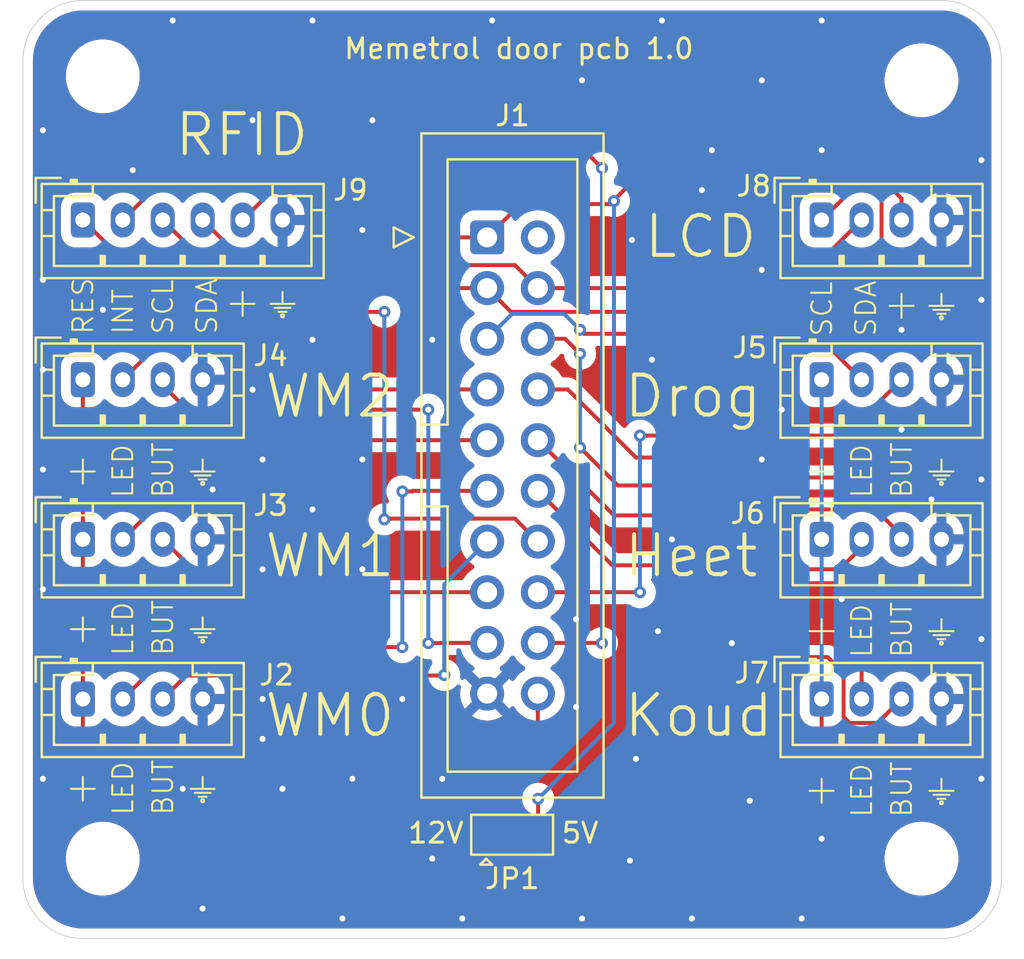
<source format=kicad_pcb>
(kicad_pcb (version 20240108) (generator "pcbnew") (generator_version "8.0")
  (layers (0 "F.Cu" signal) (31 "B.Cu" signal) (34 "B.Paste" user) (35 "F.Paste" user) (36 "B.SilkS" user "B.Silkscreen") (37 "F.SilkS" user "F.Silkscreen") (38 "B.Mask" user) (39 "F.Mask" user) (44 "Edge.Cuts" user))
  (net 0 "")
  (net 1 "/LED_cold_12V")
  (net 2 "/SCL_5V")
  (net 3 "/SDA_5V")
  (net 4 "GND")
  (net 5 "/LED_hot_12V")
  (net 6 "/LED_dryer_12V")
  (net 7 "/Button_washing_machine_2")
  (net 8 "/Button_washing_machine_1")
  (net 9 "/LED_washing_machine_1_12V")
  (net 10 "/Button_hot")
  (net 11 "/LED_washing_machine_2_12V")
  (net 12 "/Button_dryer")
  (net 13 "+3.3V")
  (net 14 "/LED_washing_machine_0_12V")
  (net 15 "/Button_cold")
  (net 16 "/RFID_reset")
  (net 17 "/RFID_INT")
  (net 18 "/Button_washing_machine_0")
  (net 19 "+5V")
  (net 20 "/LED_power")
  (net 21 "+12V")
  (footprint "Connector_JST:JST_PH_B4B-PH-K_1x04_P2.00mm_Vertical" (layer "F.Cu") (at 100 62)
    (property "Reference" "J6" (at -3.7 -1.3 0) (layer "F.SilkS"))
    (property "Value" "Conn_01x04")
    (pad "1" thru_hole roundrect (at 0 0) (size 1.2 1.75) (drill 0.75) (layers "*.Cu" "*.Mask") (roundrect_rratio 0.208333) (net 20 "/LED_power"))
    (pad "2" thru_hole oval (at 2 0) (size 1.2 1.75) (drill 0.75) (layers "*.Cu" "*.Mask") (net 5 "/LED_hot_12V"))
    (pad "3" thru_hole oval (at 4 0) (size 1.2 1.75) (drill 0.75) (layers "*.Cu" "*.Mask") (net 10 "/Button_hot"))
    (pad "4" thru_hole oval (at 6 0) (size 1.2 1.75) (drill 0.75) (layers "*.Cu" "*.Mask") (net 4 "GND"))
  )
  (footprint "Connector_JST:JST_PH_B4B-PH-K_1x04_P2.00mm_Vertical" (layer "F.Cu") (at 63 54)
    (property "Reference" "J4" (at 9.4 -1.2 0) (layer "F.SilkS"))
    (property "Value" "Conn_01x04")
    (pad "1" thru_hole roundrect (at 0 0) (size 1.2 1.75) (drill 0.75) (layers "*.Cu" "*.Mask") (roundrect_rratio 0.208333) (net 20 "/LED_power"))
    (pad "2" thru_hole oval (at 2 0) (size 1.2 1.75) (drill 0.75) (layers "*.Cu" "*.Mask") (net 11 "/LED_washing_machine_2_12V"))
    (pad "3" thru_hole oval (at 4 0) (size 1.2 1.75) (drill 0.75) (layers "*.Cu" "*.Mask") (net 7 "/Button_washing_machine_2"))
    (pad "4" thru_hole oval (at 6 0) (size 1.2 1.75) (drill 0.75) (layers "*.Cu" "*.Mask") (net 4 "GND"))
  )
  (footprint "MountingHole:MountingHole_3.2mm_M3" (layer "F.Cu") (at 105 78)
    (property "Reference" "H4" (hide yes))
    (property "Value" "MountingHole")
    (pad "" np_thru_hole circle (at 0 0) (size 3.2 3.2) (drill 3.2) (layers "*.Cu" "*.Mask"))
  )
  (footprint "Connector_JST:JST_PH_B6B-PH-K_1x06_P2.00mm_Vertical" (layer "F.Cu") (at 63 46)
    (property "Reference" "J9" (at 13.4 -1.5 0) (layer "F.SilkS"))
    (property "Value" "Conn_01x06")
    (pad "1" thru_hole roundrect (at 0 0) (size 1.2 1.75) (drill 0.75) (layers "*.Cu" "*.Mask") (roundrect_rratio 0.208333) (net 16 "/RFID_reset"))
    (pad "2" thru_hole oval (at 2 0) (size 1.2 1.75) (drill 0.75) (layers "*.Cu" "*.Mask") (net 17 "/RFID_INT"))
    (pad "3" thru_hole oval (at 4 0) (size 1.2 1.75) (drill 0.75) (layers "*.Cu" "*.Mask") (net 2 "/SCL_5V"))
    (pad "4" thru_hole oval (at 6 0) (size 1.2 1.75) (drill 0.75) (layers "*.Cu" "*.Mask") (net 3 "/SDA_5V"))
    (pad "5" thru_hole oval (at 8 0) (size 1.2 1.75) (drill 0.75) (layers "*.Cu" "*.Mask") (net 19 "+5V"))
    (pad "6" thru_hole oval (at 10 0) (size 1.2 1.75) (drill 0.75) (layers "*.Cu" "*.Mask") (net 4 "GND"))
  )
  (footprint "MountingHole:MountingHole_3.2mm_M3" (layer "F.Cu") (at 64 78)
    (property "Reference" "H3" (hide yes))
    (property "Value" "MountingHole")
    (pad "" np_thru_hole circle (at 0 0) (size 3.2 3.2) (drill 3.2) (layers "*.Cu" "*.Mask"))
  )
  (footprint "Connector_JST:JST_PH_B4B-PH-K_1x04_P2.00mm_Vertical" (layer "F.Cu") (at 63 70)
    (property "Reference" "J2" (at 9.7 -1.2 0) (layer "F.SilkS"))
    (property "Value" "Conn_01x04")
    (pad "1" thru_hole roundrect (at 0 0) (size 1.2 1.75) (drill 0.75) (layers "*.Cu" "*.Mask") (roundrect_rratio 0.208333) (net 20 "/LED_power"))
    (pad "2" thru_hole oval (at 2 0) (size 1.2 1.75) (drill 0.75) (layers "*.Cu" "*.Mask") (net 14 "/LED_washing_machine_0_12V"))
    (pad "3" thru_hole oval (at 4 0) (size 1.2 1.75) (drill 0.75) (layers "*.Cu" "*.Mask") (net 18 "/Button_washing_machine_0"))
    (pad "4" thru_hole oval (at 6 0) (size 1.2 1.75) (drill 0.75) (layers "*.Cu" "*.Mask") (net 4 "GND"))
  )
  (footprint "Connector_JST:JST_PH_B4B-PH-K_1x04_P2.00mm_Vertical" (layer "F.Cu") (at 100 70)
    (property "Reference" "J7" (at -3.5 -1.3 0) (layer "F.SilkS"))
    (property "Value" "Conn_01x04")
    (pad "1" thru_hole roundrect (at 0 0) (size 1.2 1.75) (drill 0.75) (layers "*.Cu" "*.Mask") (roundrect_rratio 0.208333) (net 20 "/LED_power"))
    (pad "2" thru_hole oval (at 2 0) (size 1.2 1.75) (drill 0.75) (layers "*.Cu" "*.Mask") (net 1 "/LED_cold_12V"))
    (pad "3" thru_hole oval (at 4 0) (size 1.2 1.75) (drill 0.75) (layers "*.Cu" "*.Mask") (net 15 "/Button_cold"))
    (pad "4" thru_hole oval (at 6 0) (size 1.2 1.75) (drill 0.75) (layers "*.Cu" "*.Mask") (net 4 "GND"))
  )
  (footprint "Connector_JST:JST_PH_B4B-PH-K_1x04_P2.00mm_Vertical" (layer "F.Cu") (at 100 54)
    (property "Reference" "J5" (at -3.6 -1.6 0) (layer "F.SilkS"))
    (property "Value" "Conn_01x04")
    (pad "1" thru_hole roundrect (at 0 0) (size 1.2 1.75) (drill 0.75) (layers "*.Cu" "*.Mask") (roundrect_rratio 0.208333) (net 20 "/LED_power"))
    (pad "2" thru_hole oval (at 2 0) (size 1.2 1.75) (drill 0.75) (layers "*.Cu" "*.Mask") (net 6 "/LED_dryer_12V"))
    (pad "3" thru_hole oval (at 4 0) (size 1.2 1.75) (drill 0.75) (layers "*.Cu" "*.Mask") (net 12 "/Button_dryer"))
    (pad "4" thru_hole oval (at 6 0) (size 1.2 1.75) (drill 0.75) (layers "*.Cu" "*.Mask") (net 4 "GND"))
  )
  (footprint "MountingHole:MountingHole_3.2mm_M3" (layer "F.Cu") (at 105 39)
    (property "Reference" "H2" (hide yes))
    (property "Value" "MountingHole")
    (pad "" np_thru_hole circle (at 0 0) (size 3.2 3.2) (drill 3.2) (layers "*.Cu" "*.Mask"))
  )
  (footprint "Connector_JST:JST_PH_B4B-PH-K_1x04_P2.00mm_Vertical" (layer "F.Cu") (at 63 62)
    (property "Reference" "J3" (at 9.4 -1.7 0) (layer "F.SilkS"))
    (property "Value" "Conn_01x04")
    (pad "1" thru_hole roundrect (at 0 0) (size 1.2 1.75) (drill 0.75) (layers "*.Cu" "*.Mask") (roundrect_rratio 0.208333) (net 20 "/LED_power"))
    (pad "2" thru_hole oval (at 2 0) (size 1.2 1.75) (drill 0.75) (layers "*.Cu" "*.Mask") (net 9 "/LED_washing_machine_1_12V"))
    (pad "3" thru_hole oval (at 4 0) (size 1.2 1.75) (drill 0.75) (layers "*.Cu" "*.Mask") (net 8 "/Button_washing_machine_1"))
    (pad "4" thru_hole oval (at 6 0) (size 1.2 1.75) (drill 0.75) (layers "*.Cu" "*.Mask") (net 4 "GND"))
  )
  (footprint "Connector_JST:JST_PH_B4B-PH-K_1x04_P2.00mm_Vertical" (layer "F.Cu") (at 100 46)
    (property "Reference" "J8" (at -3.4 -1.7 0) (layer "F.SilkS"))
    (property "Value" "Conn_01x04")
    (pad "1" thru_hole roundrect (at 0 0) (size 1.2 1.75) (drill 0.75) (layers "*.Cu" "*.Mask") (roundrect_rratio 0.208333) (net 2 "/SCL_5V"))
    (pad "2" thru_hole oval (at 2 0) (size 1.2 1.75) (drill 0.75) (layers "*.Cu" "*.Mask") (net 3 "/SDA_5V"))
    (pad "3" thru_hole oval (at 4 0) (size 1.2 1.75) (drill 0.75) (layers "*.Cu" "*.Mask") (net 19 "+5V"))
    (pad "4" thru_hole oval (at 6 0) (size 1.2 1.75) (drill 0.75) (layers "*.Cu" "*.Mask") (net 4 "GND"))
  )
  (footprint "Jumper:SolderJumper-3_P1.3mm_Bridged12_Pad1.0x1.5mm" (layer "F.Cu") (at 84.5 76.8)
    (property "Reference" "JP1" (at 0 2.2 360) (layer "F.SilkS"))
    (property "Value" "SolderJumper_3_Bridged12")
    (fp_poly (pts (xy -0.9 -0.3) (xy -0.4 -0.3) (xy -0.4 0.3) (xy -0.9 0.3)) (fill solid) (layer "F.Cu"))
    (pad "1" smd rect (at -1.3 0) (size 1 1.5) (layers "F.Cu" "F.Mask") (net 21 "+12V"))
    (pad "2" smd rect (at 0 0) (size 1 1.5) (layers "F.Cu" "F.Mask") (net 20 "/LED_power"))
    (pad "3" smd rect (at 1.3 0) (size 1 1.5) (layers "F.Cu" "F.Mask") (net 19 "+5V"))
  )
  (footprint "MountingHole:MountingHole_3.2mm_M3" (layer "F.Cu") (at 64 38.8)
    (property "Reference" "H1" (hide yes))
    (property "Value" "MountingHole")
    (pad "" np_thru_hole circle (at 0 0) (size 3.2 3.2) (drill 3.2) (layers "*.Cu" "*.Mask"))
  )
  (footprint "Connector_IDC:IDC-Header_2x10_P2.54mm_Vertical" (layer "F.Cu") (at 83.2475 46.87)
    (property "Reference" "J1" (at 1.27 -6.1 0) (layer "F.SilkS"))
    (property "Value" "Conn_02x10_Odd_Even")
    (pad "1" thru_hole roundrect (at 0 0) (size 1.7 1.7) (drill 1) (layers "*.Cu" "*.Mask") (roundrect_rratio 0.147059) (net 19 "+5V"))
    (pad "2" thru_hole circle (at 2.54 0) (size 1.7 1.7) (drill 1) (layers "*.Cu" "*.Mask") (net 13 "+3.3V"))
    (pad "3" thru_hole circle (at 0 2.54) (size 1.7 1.7) (drill 1) (layers "*.Cu" "*.Mask") (net 2 "/SCL_5V"))
    (pad "4" thru_hole circle (at 2.54 2.54) (size 1.7 1.7) (drill 1) (layers "*.Cu" "*.Mask") (net 3 "/SDA_5V"))
    (pad "5" thru_hole circle (at 0 5.08) (size 1.7 1.7) (drill 1) (layers "*.Cu" "*.Mask") (net 6 "/LED_dryer_12V"))
    (pad "6" thru_hole circle (at 2.54 5.08) (size 1.7 1.7) (drill 1) (layers "*.Cu" "*.Mask") (net 10 "/Button_hot"))
    (pad "7" thru_hole circle (at 0 7.62) (size 1.7 1.7) (drill 1) (layers "*.Cu" "*.Mask") (net 11 "/LED_washing_machine_2_12V"))
    (pad "8" thru_hole circle (at 2.54 7.62) (size 1.7 1.7) (drill 1) (layers "*.Cu" "*.Mask") (net 1 "/LED_cold_12V"))
    (pad "9" thru_hole circle (at 0 10.16) (size 1.7 1.7) (drill 1) (layers "*.Cu" "*.Mask") (net 9 "/LED_washing_machine_1_12V"))
    (pad "10" thru_hole circle (at 2.54 10.16) (size 1.7 1.7) (drill 1) (layers "*.Cu" "*.Mask") (net 5 "/LED_hot_12V"))
    (pad "11" thru_hole circle (at 0 12.7) (size 1.7 1.7) (drill 1) (layers "*.Cu" "*.Mask") (net 14 "/LED_washing_machine_0_12V"))
    (pad "12" thru_hole circle (at 2.54 12.7) (size 1.7 1.7) (drill 1) (layers "*.Cu" "*.Mask") (net 15 "/Button_cold"))
    (pad "13" thru_hole circle (at 0 15.24) (size 1.7 1.7) (drill 1) (layers "*.Cu" "*.Mask") (net 18 "/Button_washing_machine_0"))
    (pad "14" thru_hole circle (at 2.54 15.24) (size 1.7 1.7) (drill 1) (layers "*.Cu" "*.Mask") (net 16 "/RFID_reset"))
    (pad "15" thru_hole circle (at 0 17.78) (size 1.7 1.7) (drill 1) (layers "*.Cu" "*.Mask") (net 8 "/Button_washing_machine_1"))
    (pad "16" thru_hole circle (at 2.54 17.78) (size 1.7 1.7) (drill 1) (layers "*.Cu" "*.Mask") (net 12 "/Button_dryer"))
    (pad "17" thru_hole circle (at 0 20.32) (size 1.7 1.7) (drill 1) (layers "*.Cu" "*.Mask") (net 7 "/Button_washing_machine_2"))
    (pad "18" thru_hole circle (at 2.54 20.32) (size 1.7 1.7) (drill 1) (layers "*.Cu" "*.Mask") (net 17 "/RFID_INT"))
    (pad "19" thru_hole circle (at 0 22.86) (size 1.7 1.7) (drill 1) (layers "*.Cu" "*.Mask") (net 4 "GND"))
    (pad "20" thru_hole circle (at 2.54 22.86) (size 1.7 1.7) (drill 1) (layers "*.Cu" "*.Mask") (net 21 "+12V"))
  )
  (gr_line (start 100.6 58.6) (end 99.4 58.6) (stroke (width 0.1)) (layer "F.SilkS"))
  (gr_line (start 68.8 59) (end 69.2 59) (stroke (width 0.1)) (layer "F.SilkS"))
  (gr_line (start 68.6 74.7) (end 69.4 74.7) (stroke (width 0.1)) (layer "F.SilkS"))
  (gr_line (start 100 58) (end 100 59.2) (stroke (width 0.1)) (layer "F.SilkS"))
  (gr_line (start 105.8 75) (end 106.2 75) (stroke (width 0.1)) (layer "F.SilkS"))
  (gr_line (start 72.4 50.2) (end 73.6 50.2) (stroke (width 0.1)) (layer "F.SilkS"))
  (gr_line (start 68.4 74.5) (end 69.6 74.5) (stroke (width 0.1)) (layer "F.SilkS"))
  (gr_line (start 105.6 66.8) (end 106.4 66.8) (stroke (width 0.1)) (layer "F.SilkS"))
  (gr_circle (center 106 59.2) (end 106.019384 59.217029) (stroke (width 0.1)) (fill none) (layer "F.SilkS"))
  (gr_circle (center 106 75.2) (end 106.019384 75.217029) (stroke (width 0.1)) (fill none) (layer "F.SilkS"))
  (gr_line (start 63.6 66.5) (end 62.4 66.5) (stroke (width 0.1)) (layer "F.SilkS"))
  (gr_line (start 106 66) (end 106 66.6) (stroke (width 0.1)) (layer "F.SilkS"))
  (gr_line (start 68.4 66.5) (end 69.6 66.5) (stroke (width 0.1)) (layer "F.SilkS"))
  (gr_line (start 63 65.9) (end 63 67.1) (stroke (width 0.1)) (layer "F.SilkS"))
  (gr_line (start 72.6 50.4) (end 73.4 50.4) (stroke (width 0.1)) (layer "F.SilkS"))
  (gr_line (start 105.8 67) (end 106.2 67) (stroke (width 0.1)) (layer "F.SilkS"))
  (gr_circle (center 69 67.1) (end 69.019384 67.117029) (stroke (width 0.1)) (fill none) (layer "F.SilkS"))
  (gr_line (start 71 49.6) (end 71 50.8) (stroke (width 0.1)) (layer "F.SilkS"))
  (gr_line (start 72.8 50.6) (end 73.2 50.6) (stroke (width 0.1)) (layer "F.SilkS"))
  (gr_line (start 105.4 74.6) (end 106.6 74.6) (stroke (width 0.1)) (layer "F.SilkS"))
  (gr_line (start 106 49.7) (end 106 50.3) (stroke (width 0.1)) (layer "F.SilkS"))
  (gr_line (start 100 66) (end 100 67.2) (stroke (width 0.1)) (layer "F.SilkS"))
  (gr_line (start 100 74) (end 100 75.2) (stroke (width 0.1)) (layer "F.SilkS"))
  (gr_line (start 106 74) (end 106 74.6) (stroke (width 0.1)) (layer "F.SilkS"))
  (gr_line (start 104.6 50.3) (end 103.4 50.3) (stroke (width 0.1)) (layer "F.SilkS"))
  (gr_line (start 105.8 50.7) (end 106.2 50.7) (stroke (width 0.1)) (layer "F.SilkS"))
  (gr_line (start 105.4 58.6) (end 106.6 58.6) (stroke (width 0.1)) (layer "F.SilkS"))
  (gr_circle (center 106 67.2) (end 106.019384 67.217029) (stroke (width 0.1)) (fill none) (layer "F.SilkS"))
  (gr_line (start 105.8 59) (end 106.2 59) (stroke (width 0.1)) (layer "F.SilkS"))
  (gr_circle (center 69 59.2) (end 69.019384 59.217029) (stroke (width 0.1)) (fill none) (layer "F.SilkS"))
  (gr_circle (center 69 75.1) (end 69.019384 75.117029) (stroke (width 0.1)) (fill none) (layer "F.SilkS"))
  (gr_line (start 73 49.6) (end 73 50.2) (stroke (width 0.1)) (layer "F.SilkS"))
  (gr_line (start 68.8 66.9) (end 69.2 66.9) (stroke (width 0.1)) (layer "F.SilkS"))
  (gr_line (start 105.4 66.6) (end 106.6 66.6) (stroke (width 0.1)) (layer "F.SilkS"))
  (gr_line (start 63 73.9) (end 63 75.1) (stroke (width 0.1)) (layer "F.SilkS"))
  (gr_line (start 105.4 50.3) (end 106.6 50.3) (stroke (width 0.1)) (layer "F.SilkS"))
  (gr_line (start 100.6 66.6) (end 99.4 66.6) (stroke (width 0.1)) (layer "F.SilkS"))
  (gr_line (start 105.6 50.5) (end 106.4 50.5) (stroke (width 0.1)) (layer "F.SilkS"))
  (gr_line (start 68.4 58.6) (end 69.6 58.6) (stroke (width 0.1)) (layer "F.SilkS"))
  (gr_line (start 68.6 66.7) (end 69.4 66.7) (stroke (width 0.1)) (layer "F.SilkS"))
  (gr_circle (center 73 50.8) (end 73.019384 50.817029) (stroke (width 0.1)) (fill none) (layer "F.SilkS"))
  (gr_line (start 71.6 50.2) (end 70.4 50.2) (stroke (width 0.1)) (layer "F.SilkS"))
  (gr_line (start 100.6 74.6) (end 99.4 74.6) (stroke (width 0.1)) (layer "F.SilkS"))
  (gr_line (start 63.6 74.5) (end 62.4 74.5) (stroke (width 0.1)) (layer "F.SilkS"))
  (gr_line (start 63 58) (end 63 59.2) (stroke (width 0.1)) (layer "F.SilkS"))
  (gr_line (start 68.6 58.8) (end 69.4 58.8) (stroke (width 0.1)) (layer "F.SilkS"))
  (gr_line (start 69 58) (end 69 58.6) (stroke (width 0.1)) (layer "F.SilkS"))
  (gr_line (start 69 73.9) (end 69 74.5) (stroke (width 0.1)) (layer "F.SilkS"))
  (gr_line (start 68.8 74.9) (end 69.2 74.9) (stroke (width 0.1)) (layer "F.SilkS"))
  (gr_line (start 63.6 58.6) (end 62.4 58.6) (stroke (width 0.1)) (layer "F.SilkS"))
  (gr_line (start 106 58) (end 106 58.6) (stroke (width 0.1)) (layer "F.SilkS"))
  (gr_line (start 104 49.7) (end 104 50.9) (stroke (width 0.1)) (layer "F.SilkS"))
  (gr_line (start 105.6 58.8) (end 106.4 58.8) (stroke (width 0.1)) (layer "F.SilkS"))
  (gr_line (start 69 65.9) (end 69 66.5) (stroke (width 0.1)) (layer "F.SilkS"))
  (gr_line (start 105.6 74.8) (end 106.4 74.8) (stroke (width 0.1)) (layer "F.SilkS"))
  (gr_circle (center 106 50.9) (end 106.019384 50.917029) (stroke (width 0.1)) (fill none) (layer "F.SilkS"))
  (gr_line (start 106 35) (end 63 35) (stroke (width 0.05)) (layer "Edge.Cuts"))
  (gr_arc (start 109 79) (mid 108.12132 81.12132) (end 106 82) (stroke (width 0.05)) (layer "Edge.Cuts"))
  (gr_arc (start 63 82) (mid 60.87868 81.12132) (end 60 79) (stroke (width 0.05)) (layer "Edge.Cuts"))
  (gr_line (start 63 82) (end 106 82) (stroke (width 0.05)) (layer "Edge.Cuts"))
  (gr_line (start 109 79) (end 109 38) (stroke (width 0.05)) (layer "Edge.Cuts"))
  (gr_line (start 60 38) (end 60 79) (stroke (width 0.05)) (layer "Edge.Cuts"))
  (gr_arc (start 60 38) (mid 60.87868 35.87868) (end 63 35) (stroke (width 0.05)) (layer "Edge.Cuts"))
  (gr_arc (start 106 35) (mid 108.12132 35.87868) (end 109 38) (stroke (width 0.05)) (layer "Edge.Cuts"))
  (gr_text "INT" (at 65.6 51.8 90) (layer "F.SilkS") (effects (font (size 1 1) (thickness 0.1)) (justify left bottom)))
  (gr_text "SDA" (at 102.8 51.9 90) (layer "F.SilkS") (effects (font (size 1 1) (thickness 0.1)) (justify left bottom)))
  (gr_text "Drog" (at 90 56 0) (layer "F.SilkS") (effects (font (size 2 2) (thickness 0.2)) (justify left bottom)))
  (gr_text "Memetrol door pcb 1.0" (at 76 38 0) (layer "F.SilkS") (effects (font (size 1 1)) (justify left bottom)))
  (gr_text "BUT" (at 67.6 60 90) (layer "F.SilkS") (effects (font (size 1 1) (thickness 0.1)) (justify left bottom)))
  (gr_text "Koud" (at 90 72 0) (layer "F.SilkS") (effects (font (size 2 2) (thickness 0.2)) (justify left bottom)))
  (gr_text "LED" (at 65.6 67.9 90) (layer "F.SilkS") (effects (font (size 1 1) (thickness 0.1)) (justify left bottom)))
  (gr_text "LED" (at 65.6 60 90) (layer "F.SilkS") (effects (font (size 1 1) (thickness 0.1)) (justify left bottom)))
  (gr_text "LED" (at 65.6 75.9 90) (layer "F.SilkS") (effects (font (size 1 1) (thickness 0.1)) (justify left bottom)))
  (gr_text "5V" (at 86.9 77.3 0) (layer "F.SilkS") (effects (font (size 1 1)) (justify left bottom)))
  (gr_text "RFID" (at 67.5 42.9 0) (layer "F.SilkS") (effects (font (size 2 2) (thickness 0.2)) (justify left bottom)))
  (gr_text "12V" (at 79.2 77.3 0) (layer "F.SilkS") (effects (font (size 1 1)) (justify left bottom)))
  (gr_text "LED" (at 102.6 60 90) (layer "F.SilkS") (effects (font (size 1 1) (thickness 0.1)) (justify left bottom)))
  (gr_text "Heet" (at 90 64 0) (layer "F.SilkS") (effects (font (size 2 2) (thickness 0.2)) (justify left bottom)))
  (gr_text "BUT" (at 104.6 76 90) (layer "F.SilkS") (effects (font (size 1 1) (thickness 0.1)) (justify left bottom)))
  (gr_text "BUT" (at 67.6 75.9 90) (layer "F.SilkS") (effects (font (size 1 1) (thickness 0.1)) (justify left bottom)))
  (gr_text "SCL" (at 67.6 51.8 90) (layer "F.SilkS") (effects (font (size 1 1) (thickness 0.1)) (justify left bottom)))
  (gr_text "SCL" (at 100.6 51.9 90) (layer "F.SilkS") (effects (font (size 1 1) (thickness 0.1)) (justify left bottom)))
  (gr_text "SDA" (at 69.8 51.8 90) (layer "F.SilkS") (effects (font (size 1 1) (thickness 0.1)) (justify left bottom)))
  (gr_text "WM2" (at 72 56 0) (layer "F.SilkS") (effects (font (size 2 2) (thickness 0.2)) (justify left bottom)))
  (gr_text "RES" (at 63.6 51.8 90) (layer "F.SilkS") (effects (font (size 1 1) (thickness 0.1)) (justify left bottom)))
  (gr_text "LED" (at 102.6 68 90) (layer "F.SilkS") (effects (font (size 1 1) (thickness 0.1)) (justify left bottom)))
  (gr_text "BUT" (at 67.6 67.9 90) (layer "F.SilkS") (effects (font (size 1 1) (thickness 0.1)) (justify left bottom)))
  (gr_text "BUT" (at 104.6 60 90) (layer "F.SilkS") (effects (font (size 1 1) (thickness 0.1)) (justify left bottom)))
  (gr_text "WM0" (at 72 72 0) (layer "F.SilkS") (effects (font (size 2 2) (thickness 0.2)) (justify left bottom)))
  (gr_text "WM1" (at 72 64 0) (layer "F.SilkS") (effects (font (size 2 2) (thickness 0.2)) (justify left bottom)))
  (gr_text "BUT" (at 104.6 68 90) (layer "F.SilkS") (effects (font (size 1 1) (thickness 0.1)) (justify left bottom)))
  (gr_text "LED" (at 102.6 76 90) (layer "F.SilkS") (effects (font (size 1 1) (thickness 0.1)) (justify left bottom)))
  (gr_text "LCD" (at 91 48 0) (layer "F.SilkS") (effects (font (size 2 2) (thickness 0.2)) (justify left bottom)))
  (segment (start 106 66.7) (end 103.4 66.7) (width 0.2) (layer "F.Cu") (net 1))
  (segment (start 85.7875 54.49) (end 87.29 54.49) (width 0.2) (layer "F.Cu") (net 1))
  (segment (start 95.1 57.9) (end 96.1 58.9) (width 0.2) (layer "F.Cu") (net 1))
  (segment (start 96.1 58.9) (end 106 58.9) (width 0.2) (layer "F.Cu") (net 1))
  (segment (start 103.4 66.7) (end 102 68.1) (width 0.2) (layer "F.Cu") (net 1))
  (segment (start 90.7 57.9) (end 95.1 57.9) (width 0.2) (layer "F.Cu") (net 1))
  (segment (start 106 58.9) (end 107.5 60.4) (width 0.2) (layer "F.Cu") (net 1))
  (segment (start 102 68.1) (end 102 70) (width 0.2) (layer "F.Cu") (net 1))
  (segment (start 107.5 65.2) (end 106 66.7) (width 0.2) (layer "F.Cu") (net 1))
  (segment (start 87.29 54.49) (end 90.7 57.9) (width 0.2) (layer "F.Cu") (net 1))
  (segment (start 107.5 60.4) (end 107.5 65.2) (width 0.2) (layer "F.Cu") (net 1))
  (segment (start 78.21 49.41) (end 77.4 48.6) (width 0.2) (layer "F.Cu") (net 2))
  (segment (start 103 44.8) (end 102.6 44.4) (width 0.2) (layer "F.Cu") (net 2))
  (segment (start 69.6 48.6) (end 67 46) (width 0.2) (layer "F.Cu") (net 2))
  (segment (start 83.2475 49.41) (end 78.21 49.41) (width 0.2) (layer "F.Cu") (net 2))
  (segment (start 101.6 44.4) (end 100 46) (width 0.2) (layer "F.Cu") (net 2))
  (segment (start 77.4 48.6) (end 69.6 48.6) (width 0.2) (layer "F.Cu") (net 2))
  (segment (start 103 47.4) (end 103 44.8) (width 0.2) (layer "F.Cu") (net 2))
  (segment (start 84.4375 50.6) (end 99.8 50.6) (width 0.2) (layer "F.Cu") (net 2))
  (segment (start 102.6 44.4) (end 101.6 44.4) (width 0.2) (layer "F.Cu") (net 2))
  (segment (start 99.8 50.6) (end 103 47.4) (width 0.2) (layer "F.Cu") (net 2))
  (segment (start 83.2475 49.41) (end 84.4375 50.6) (width 0.2) (layer "F.Cu") (net 2))
  (segment (start 78.46 48.26) (end 77.8 47.6) (width 0.2) (layer "F.Cu") (net 3))
  (segment (start 98.59 49.41) (end 102 46) (width 0.2) (layer "F.Cu") (net 3))
  (segment (start 77.8 47.6) (end 70.6 47.6) (width 0.2) (layer "F.Cu") (net 3))
  (segment (start 70.6 47.6) (end 69 46) (width 0.2) (layer "F.Cu") (net 3))
  (segment (start 85.7875 49.41) (end 84.6375 48.26) (width 0.2) (layer "F.Cu") (net 3))
  (segment (start 84.6375 48.26) (end 78.46 48.26) (width 0.2) (layer "F.Cu") (net 3))
  (segment (start 85.7875 49.41) (end 98.59 49.41) (width 0.2) (layer "F.Cu") (net 3))
  (via (at 80.5 78) (size 0.6) (drill 0.3) (layers "F.Cu" "B.Cu") (net 4))
  (via (at 61 58.5) (size 0.6) (drill 0.3) (layers "F.Cu" "B.Cu") (net 4))
  (via (at 104 51.5) (size 0.6) (drill 0.3) (layers "F.Cu" "B.Cu") (net 4))
  (via (at 61 74) (size 0.6) (drill 0.3) (layers "F.Cu" "B.Cu") (net 4))
  (via (at 100 77) (size 0.6) (drill 0.3) (layers "F.Cu" "B.Cu") (net 4))
  (via (at 91.5 53) (size 0.6) (drill 0.3) (layers "F.Cu" "B.Cu") (net 4))
  (via (at 72 63.5) (size 0.6) (drill 0.3) (layers "F.Cu" "B.Cu") (net 4))
  (via (at 69 80.5) (size 0.6) (drill 0.3) (layers "F.Cu" "B.Cu") (net 4))
  (via (at 95.5 67.2) (size 0.6) (drill 0.3) (layers "F.Cu" "B.Cu") (net 4))
  (via (at 76.5 74) (size 0.6) (drill 0.3) (layers "F.Cu" "B.Cu") (net 4))
  (via (at 71.5 41) (size 0.6) (drill 0.3) (layers "F.Cu" "B.Cu") (net 4))
  (via (at 87.7 66) (size 0.6) (drill 0.3) (layers "F.Cu" "B.Cu") (net 4))
  (via (at 74.5 60.5) (size 0.6) (drill 0.3) (layers "F.Cu" "B.Cu") (net 4))
  (via (at 72 70) (size 0.6) (drill 0.3) (layers "F.Cu" "B.Cu") (net 4))
  (via (at 108 67) (size 0.6) (drill 0.3) (layers "F.Cu" "B.Cu") (net 4))
  (via (at 71.5 54.5) (size 0.6) (drill 0.3) (layers "F.Cu" "B.Cu") (net 4))
  (via (at 77.5 41) (size 0.6) (drill 0.3) (layers "F.Cu" "B.Cu") (net 4))
  (via (at 108 74) (size 0.6) (drill 0.3) (layers "F.Cu" "B.Cu") (net 4))
  (via (at 61 53.5) (size 0.6) (drill 0.3) (layers "F.Cu" "B.Cu") (net 4))
  (via (at 100 42.5) (size 0.6) (drill 0.3) (layers "F.Cu" "B.Cu") (net 4))
  (via (at 77 63.5) (size 0.6) (drill 0.3) (layers "F.Cu" "B.Cu") (net 4))
  (via (at 88 81) (size 0.6) (drill 0.3) (layers "F.Cu" "B.Cu") (net 4))
  (via (at 99 81) (size 0.6) (drill 0.3) (layers "F.Cu" "B.Cu") (net 4))
  (via (at 104 56.5) (size 0.6) (drill 0.3) (layers "F.Cu" "B.Cu") (net 4))
  (via (at 61 49) (size 0.6) (drill 0.3) (layers "F.Cu" "B.Cu") (net 4))
  (via (at 81 74) (size 0.6) (drill 0.3) (layers "F.Cu" "B.Cu") (net 4))
  (via (at 61 64.5) (size 0.6) (drill 0.3) (layers "F.Cu" "B.Cu") (net 4))
  (via (at 108 43) (size 0.6) (drill 0.3) (layers "F.Cu" "B.Cu") (net 4))
  (via (at 76 81) (size 0.6) (drill 0.3) (layers "F.Cu" "B.Cu") (net 4))
  (via (at 65.5 43.5) (size 0.6) (drill 0.3) (layers "F.Cu" "B.Cu") (net 4))
  (via (at 77 58) (size 0.6) (drill 0.3) (layers "F.Cu" "B.Cu") (net 4))
  (via (at 90.5 47) (size 0.6) (drill 0.3) (layers "F.Cu" "B.Cu") (net 4))
  (via (at 92 36) (size 0.6) (drill 0.3) (layers "F.Cu" "B.Cu") (net 4))
  (via (at 74.5 36) (size 0.6) (drill 0.3) (layers "F.Cu" "B.Cu") (net 4))
  (via (at 94.5 42.5) (size 0.6) (drill 0.3) (layers "F.Cu" "B.Cu") (net 4))
  (via (at 83.5 36) (size 0.6) (drill 0.3) (layers "F.Cu" "B.Cu") (net 4))
  (via (at 97 39) (size 0.6) (drill 0.3) (layers "F.Cu" "B.Cu") (net 4))
  (via (at 88 39) (size 0.6) (drill 0.3) (layers "F.Cu" "B.Cu") (net 4))
  (via (at 80.5 52) (size 0.6) (drill 0.3) (layers "F.Cu" "B.Cu") (net 4))
  (via (at 68 74.5) (size 0.6) (drill 0.3) (layers "F.Cu" "B.Cu") (net 4))
  (via (at 90.4 78.1) (size 0.6) (drill 0.3) (layers "F.Cu" "B.Cu") (net 4))
  (via (at 87.7 70.4) (size 0.6) (drill 0.3) (layers "F.Cu" "B.Cu") (net 4))
  (via (at 72 72) (size 0.6) (drill 0.3) (layers "F.Cu" "B.Cu") (net 4))
  (via (at 69.5 59.5) (size 0.6) (drill 0.3) (layers "F.Cu" "B.Cu") (net 4))
  (via (at 96.4 75.1) (size 0.6) (drill 0.3) (layers "F.Cu" "B.Cu") (net 4))
  (via (at 94 44.5) (size 0.6) (drill 0.3) (layers "F.Cu" "B.Cu") (net 4))
  (via (at 77 46.5) (size 0.6) (drill 0.3) (layers "F.Cu" "B.Cu") (net 4))
  (via (at 73 74.5) (size 0.6) (drill 0.3) (layers "F.Cu" "B.Cu") (net 4))
  (via (at 90.7 73) (size 0.6) (drill 0.3) (layers "F.Cu" "B.Cu") (net 4))
  (via (at 105.5 60) (size 0.6) (drill 0.3) (layers "F.Cu" "B.Cu") (net 4))
  (via (at 72 58) (size 0.6) (drill 0.3) (layers "F.Cu" "B.Cu") (net 4))
  (via (at 92.5 62) (size 0.6) (drill 0.3) (layers "F.Cu" "B.Cu") (net 4))
  (via (at 97 48.5) (size 0.6) (drill 0.3) (layers "F.Cu" "B.Cu") (net 4))
  (via (at 97 58) (size 0.6) (drill 0.3) (layers "F.Cu" "B.Cu") (net 4))
  (via (at 108 50) (size 0.6) (drill 0.3) (layers "F.Cu" "B.Cu") (net 4))
  (via (at 74.5 52) (size 0.6) (drill 0.3) (layers "F.Cu" "B.Cu") (net 4))
  (via (at 100 36) (size 0.6) (drill 0.3) (layers "F.Cu" "B.Cu") (net 4))
  (via (at 67.5 36) (size 0.6) (drill 0.3) (layers "F.Cu" "B.Cu") (net 4))
  (via (at 91.8 66.6) (size 0.6) (drill 0.3) (layers "F.Cu" "B.Cu") (net 4))
  (via (at 61 41.5) (size 0.6) (drill 0.3) (layers "F.Cu" "B.Cu") (net 4))
  (via (at 108 59) (size 0.6) (drill 0.3) (layers "F.Cu" "B.Cu") (net 4))
  (via (at 82 81) (size 0.6) (drill 0.3) (layers "F.Cu" "B.Cu") (net 4))
  (via (at 64 50.5) (size 0.6) (drill 0.3) (layers "F.Cu" "B.Cu") (net 4))
  (via (at 93.5 81) (size 0.6) (drill 0.3) (layers "F.Cu" "B.Cu") (net 4))
  (via (at 101 65) (size 0.6) (drill 0.3) (layers "F.Cu" "B.Cu") (net 4))
  (via (at 98 55.5) (size 0.6) (drill 0.3) (layers "F.Cu" "B.Cu") (net 4))
  (via (at 79 70) (size 0.6) (drill 0.3) (layers "F.Cu" "B.Cu") (net 4))
  (segment (start 102 62.4) (end 100.9 63.5) (width 0.2) (layer "F.Cu") (net 5))
  (segment (start 87.8575 59.1) (end 85.7875 57.03) (width 0.2) (layer "F.Cu") (net 5))
  (segment (start 94 60.8) (end 89.6 60.8) (width 0.2) (layer "F.Cu") (net 5))
  (segment (start 87.9 59.1) (end 87.8575 59.1) (width 0.2) (layer "F.Cu") (net 5))
  (segment (start 96.7 63.5) (end 94 60.8) (width 0.2) (layer "F.Cu") (net 5))
  (segment (start 100.9 63.5) (end 96.7 63.5) (width 0.2) (layer "F.Cu") (net 5))
  (segment (start 89.6 60.8) (end 87.9 59.1) (width 0.2) (layer "F.Cu") (net 5))
  (segment (start 102 62) (end 102 62.4) (width 0.2) (layer "F.Cu") (net 5))
  (segment (start 87.9 51.5) (end 88.1 51.7) (width 0.2) (layer "F.Cu") (net 6))
  (segment (start 88.1 51.7) (end 99.7 51.7) (width 0.2) (layer "F.Cu") (net 6))
  (segment (start 99.7 51.7) (end 102 54) (width 0.2) (layer "F.Cu") (net 6))
  (via (at 87.9 51.5) (size 0.6) (drill 0.3) (layers "F.Cu" "B.Cu") (net 6))
  (segment (start 83.2475 51.95) (end 84.4975 50.7) (width 0.2) (layer "B.Cu") (net 6))
  (segment (start 84.4975 50.7) (end 86 50.7) (width 0.2) (layer "B.Cu") (net 6))
  (segment (start 86 50.7) (end 87.1 50.7) (width 0.2) (layer "B.Cu") (net 6))
  (segment (start 87.1 50.7) (end 87.9 51.5) (width 0.2) (layer "B.Cu") (net 6))
  (segment (start 80.91 67.19) (end 83.2475 67.19) (width 0.2) (layer "F.Cu") (net 7))
  (segment (start 67 54.275) (end 68.225 55.5) (width 0.2) (layer "F.Cu") (net 7))
  (segment (start 67 54) (end 67 54.275) (width 0.2) (layer "F.Cu") (net 7))
  (segment (start 68.225 55.5) (end 80.3 55.5) (width 0.2) (layer "F.Cu") (net 7))
  (segment (start 80.3 67.2) (end 80.9 67.2) (width 0.2) (layer "F.Cu") (net 7))
  (segment (start 80.9 67.2) (end 80.91 67.19) (width 0.2) (layer "F.Cu") (net 7))
  (via (at 80.3 55.5) (size 0.6) (drill 0.3) (layers "F.Cu" "B.Cu") (net 7))
  (via (at 80.3 67.2) (size 0.6) (drill 0.3) (layers "F.Cu" "B.Cu") (net 7))
  (segment (start 80.3 55.5) (end 80.3 67.2) (width 0.2) (layer "B.Cu") (net 7))
  (segment (start 69.65 64.65) (end 83.2475 64.65) (width 0.2) (layer "F.Cu") (net 8))
  (segment (start 67 62) (end 69.65 64.65) (width 0.2) (layer "F.Cu") (net 8))
  (segment (start 69.97 57.03) (end 83.2475 57.03) (width 0.2) (layer "F.Cu") (net 9))
  (segment (start 65 62) (end 69.97 57.03) (width 0.2) (layer "F.Cu") (net 9))
  (segment (start 96 60.5) (end 102.7 60.5) (width 0.2) (layer "F.Cu") (net 10))
  (segment (start 87.15 51.95) (end 87.9 52.7) (width 0.2) (layer "F.Cu") (net 10))
  (segment (start 104 61.8) (end 104 62) (width 0.2) (layer "F.Cu") (net 10))
  (segment (start 89.8 59.3) (end 94.8 59.3) (width 0.2) (layer "F.Cu") (net 10))
  (segment (start 87.9 57.4) (end 89.8 59.3) (width 0.2) (layer "F.Cu") (net 10))
  (segment (start 94.8 59.3) (end 96 60.5) (width 0.2) (layer "F.Cu") (net 10))
  (segment (start 102.7 60.5) (end 104 61.8) (width 0.2) (layer "F.Cu") (net 10))
  (segment (start 85.7875 51.95) (end 87.15 51.95) (width 0.2) (layer "F.Cu") (net 10))
  (via (at 87.9 52.7) (size 0.6) (drill 0.3) (layers "F.Cu" "B.Cu") (net 10))
  (via (at 87.9 57.4) (size 0.6) (drill 0.3) (layers "F.Cu" "B.Cu") (net 10))
  (segment (start 87.9 52.7) (end 87.9 57.4) (width 0.2) (layer "B.Cu") (net 10))
  (segment (start 72.89 54.49) (end 70.9 52.5) (width 0.2) (layer "F.Cu") (net 11))
  (segment (start 66.5 52.5) (end 65 54) (width 0.2) (layer "F.Cu") (net 11))
  (segment (start 83.2475 54.49) (end 72.89 54.49) (width 0.2) (layer "F.Cu") (net 11))
  (segment (start 70.9 52.5) (end 66.5 52.5) (width 0.2) (layer "F.Cu") (net 11))
  (segment (start 101.2 56.8) (end 104 54) (width 0.2) (layer "F.Cu") (net 12))
  (segment (start 90.9 56.8) (end 101.2 56.8) (width 0.2) (layer "F.Cu") (net 12))
  (segment (start 90.9 64.65) (end 85.7875 64.65) (width 0.2) (layer "F.Cu") (net 12))
  (via (at 90.9 64.65) (size 0.6) (drill 0.3) (layers "F.Cu" "B.Cu") (net 12))
  (via (at 90.9 56.8) (size 0.6) (drill 0.3) (layers "F.Cu" "B.Cu") (net 12))
  (segment (start 90.9 64.65) (end 90.9 56.8) (width 0.2) (layer "B.Cu") (net 12))
  (segment (start 67.6 67.4) (end 79 67.4) (width 0.2) (layer "F.Cu") (net 14))
  (segment (start 79.5 59.6) (end 79.53 59.57) (width 0.2) (layer "F.Cu") (net 14))
  (segment (start 65 70) (end 67.6 67.4) (width 0.2) (layer "F.Cu") (net 14))
  (segment (start 79.53 59.57) (end 83.2475 59.57) (width 0.2) (layer "F.Cu") (net 14))
  (segment (start 79 59.6) (end 79.5 59.6) (width 0.2) (layer "F.Cu") (net 14))
  (via (at 79 59.6) (size 0.6) (drill 0.3) (layers "F.Cu" "B.Cu") (net 14))
  (via (at 79 67.4) (size 0.6) (drill 0.3) (layers "F.Cu" "B.Cu") (net 14))
  (segment (start 79 67.4) (end 79 59.6) (width 0.2) (layer "B.Cu") (net 14))
  (segment (start 100.3 67.9) (end 101.1 68.7) (width 0.2) (layer "F.Cu") (net 15))
  (segment (start 85.7875 59.57) (end 89.5175 63.3) (width 0.2) (layer "F.Cu") (net 15))
  (segment (start 101.4 71.2) (end 102.8 71.2) (width 0.2) (layer "F.Cu") (net 15))
  (segment (start 101.1 70.9) (end 101.4 71.2) (width 0.2) (layer "F.Cu") (net 15))
  (segment (start 98.7 67.9) (end 100.3 67.9) (width 0.2) (layer "F.Cu") (net 15))
  (segment (start 89.5175 63.3) (end 94.1 63.3) (width 0.2) (layer "F.Cu") (net 15))
  (segment (start 102.8 71.2) (end 104 70) (width 0.2) (layer "F.Cu") (net 15))
  (segment (start 94.1 63.3) (end 98.7 67.9) (width 0.2) (layer "F.Cu") (net 15))
  (segment (start 101.1 68.7) (end 101.1 70.9) (width 0.2) (layer "F.Cu") (net 15))
  (segment (start 67.6 50.6) (end 63 46) (width 0.2) (layer "F.Cu") (net 16))
  (segment (start 78.14 60.96) (end 78.1 61) (width 0.2) (layer "F.Cu") (net 16))
  (segment (start 85.7875 62.11) (end 84.6375 60.96) (width 0.2) (layer "F.Cu") (net 16))
  (segment (start 84.6375 60.96) (end 78.14 60.96) (width 0.2) (layer "F.Cu") (net 16))
  (segment (start 78.1 50.6) (end 67.6 50.6) (width 0.2) (layer "F.Cu") (net 16))
  (via (at 78.1 50.6) (size 0.6) (drill 0.3) (layers "F.Cu" "B.Cu") (net 16))
  (via (at 78.1 61) (size 0.6) (drill 0.3) (layers "F.Cu" "B.Cu") (net 16))
  (segment (start 78.1 61) (end 78.1 50.6) (width 0.2) (layer "B.Cu") (net 16))
  (segment (start 68.8 42.2) (end 65 46) (width 0.2) (layer "F.Cu") (net 17))
  (segment (start 87.8 42.2) (end 68.8 42.2) (width 0.2) (layer "F.Cu") (net 17))
  (segment (start 88.99 67.19) (end 89 67.2) (width 0.2) (layer "F.Cu") (net 17))
  (segment (start 85.7875 67.19) (end 88.99 67.19) (width 0.2) (layer "F.Cu") (net 17))
  (segment (start 89 43.4) (end 87.8 42.2) (width 0.2) (layer "F.Cu") (net 17))
  (via (at 89 43.4) (size 0.6) (drill 0.3) (layers "F.Cu" "B.Cu") (net 17))
  (via (at 89 67.2) (size 0.6) (drill 0.3) (layers "F.Cu" "B.Cu") (net 17))
  (segment (start 89 67.2) (end 89 43.4) (width 0.2) (layer "B.Cu") (net 17))
  (segment (start 67 70) (end 68.175 68.825) (width 0.2) (layer "F.Cu") (net 18))
  (segment (start 68.175 68.825) (end 81.075 68.825) (width 0.2) (layer "F.Cu") (net 18))
  (segment (start 81.075 68.825) (end 81.1 68.8) (width 0.2) (layer "F.Cu") (net 18))
  (via (at 81.1 68.8) (size 0.6) (drill 0.3) (layers "F.Cu" "B.Cu") (net 18))
  (segment (start 81.1 68.8) (end 81.1 64.2575) (width 0.2) (layer "B.Cu") (net 18))
  (segment (start 81.1 64.2575) (end 83.2475 62.11) (width 0.2) (layer "B.Cu") (net 18))
  (segment (start 77.6 44.6) (end 79.87 46.87) (width 0.2) (layer "F.Cu") (net 19))
  (segment (start 91.2 43.4) (end 89.4 45.2) (width 0.2) (layer "F.Cu") (net 19))
  (segment (start 84.9175 45.2) (end 83.2475 46.87) (width 0.2) (layer "F.Cu") (net 19))
  (segment (start 85.8 76.8) (end 85.8 75) (width 0.2) (layer "F.Cu") (net 19))
  (segment (start 89.4 45.2) (end 84.9175 45.2) (width 0.2) (layer "F.Cu") (net 19))
  (segment (start 79.87 46.87) (end 83.2475 46.87) (width 0.2) (layer "F.Cu") (net 19))
  (segment (start 102.475 43.4) (end 91.2 43.4) (width 0.2) (layer "F.Cu") (net 19))
  (segment (start 104 46) (end 104 44.925) (width 0.2) (layer "F.Cu") (net 19))
  (segment (start 104 44.925) (end 102.475 43.4) (width 0.2) (layer "F.Cu") (net 19))
  (segment (start 72.4 44.6) (end 77.6 44.6) (width 0.2) (layer "F.Cu") (net 19))
  (segment (start 71 46) (end 72.4 44.6) (width 0.2) (layer "F.Cu") (net 19))
  (via (at 85.8 75) (size 0.6) (drill 0.3) (layers "F.Cu" "B.Cu") (net 19))
  (via (at 89.6 45.05) (size 0.6) (drill 0.3) (layers "F.Cu" "B.Cu") (net 19))
  (segment (start 85.8 75) (end 89.6 71.2) (width 0.2) (layer "B.Cu") (net 19))
  (segment (start 89.6 71.2) (end 89.6 45.05) (width 0.2) (layer "B.Cu") (net 19))
  (segment (start 84.5 76.8) (end 84.5 79.4) (width 0.2) (layer "F.Cu") (net 20))
  (segment (start 94.4 79.4) (end 100 73.8) (width 0.2) (layer "F.Cu") (net 20))
  (segment (start 63 70) (end 63 62) (width 0.2) (layer "F.Cu") (net 20))
  (segment (start 84.5 79.4) (end 94.4 79.4) (width 0.2) (layer "F.Cu") (net 20))
  (segment (start 84.5 79.4) (end 80.2 79.4) (width 0.2) (layer "F.Cu") (net 20))
  (segment (start 63.6 73.2) (end 63 72.6) (width 0.2) (layer "F.Cu") (net 20))
  (segment (start 63.6 73.3) (end 63.6 73.2) (width 0.2) (layer "F.Cu") (net 20))
  (segment (start 100 73.8) (end 100 70) (width 0.2) (layer "F.Cu") (net 20))
  (segment (start 63 72.6) (end 63 70) (width 0.2) (layer "F.Cu") (net 20))
  (segment (start 74.1 73.3) (end 63.6 73.3) (width 0.2) (layer "F.Cu") (net 20))
  (segment (start 80.2 79.4) (end 74.1 73.3) (width 0.2) (layer "F.Cu") (net 20))
  (segment (start 63 62) (end 63 54) (width 0.2) (layer "F.Cu") (net 20))
  (segment (start 100 70) (end 100 62) (width 0.2) (layer "B.Cu") (net 20))
  (segment (start 100 62) (end 100 54) (width 0.2) (layer "B.Cu") (net 20))
  (segment (start 85.7875 71.9125) (end 83.2 74.5) (width 0.2) (layer "F.Cu") (net 21))
  (segment (start 83.2 74.5) (end 83.2 76.8) (width 0.2) (layer "F.Cu") (net 21))
  (segment (start 85.7875 69.73) (end 85.7875 71.9125) (width 0.2) (layer "F.Cu") (net 21))
  (zone (net 4) (net_name "GND") (layers "F&B.Cu") (connect_pads (clearance 0.5)) (min_thickness 0.25) (fill yes (thermal_gap 0.5) (thermal_bridge_width 0.5))
    (polygon (pts (xy 60 35) (xy 109 35) (xy 109 82) (xy 60 82)))
  )
)
</source>
